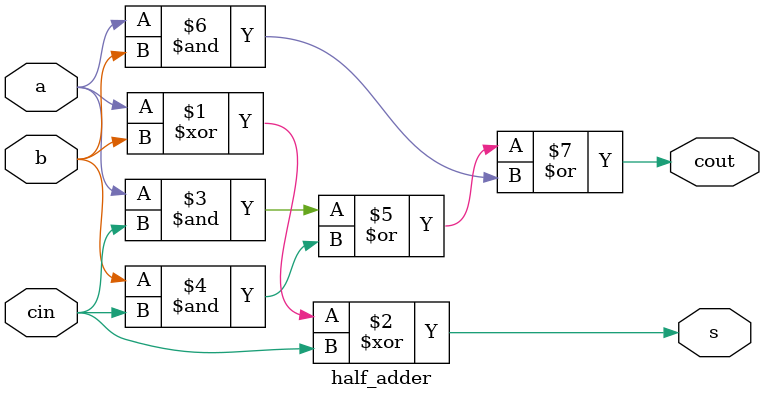
<source format=v>
`timescale 1ns / 1ps
module half_adder(
    input a,
    input b,
	 input cin,
    output s,
    output cout
    );

	assign s = a ^ b ^ cin;
	assign cout = (a & cin) | (b & cin) | (a & b);
endmodule

</source>
